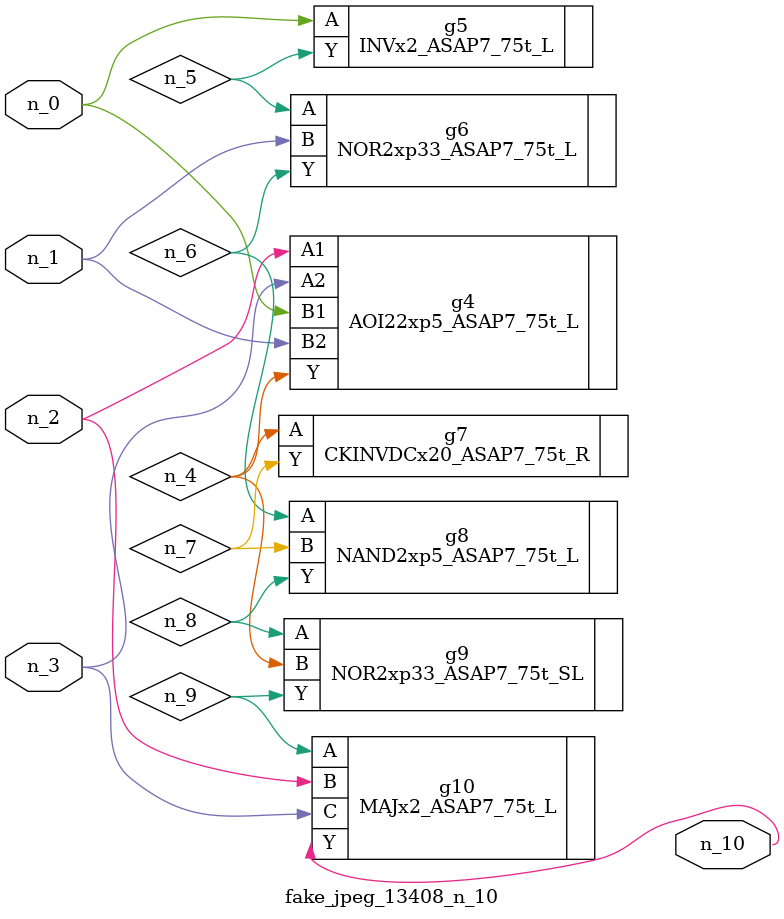
<source format=v>
module fake_jpeg_13408_n_10 (n_0, n_3, n_2, n_1, n_10);

input n_0;
input n_3;
input n_2;
input n_1;

output n_10;

wire n_4;
wire n_8;
wire n_9;
wire n_6;
wire n_5;
wire n_7;

AOI22xp5_ASAP7_75t_L g4 ( 
.A1(n_2),
.A2(n_3),
.B1(n_0),
.B2(n_1),
.Y(n_4)
);

INVx2_ASAP7_75t_L g5 ( 
.A(n_0),
.Y(n_5)
);

NOR2xp33_ASAP7_75t_L g6 ( 
.A(n_5),
.B(n_1),
.Y(n_6)
);

NAND2xp5_ASAP7_75t_L g8 ( 
.A(n_6),
.B(n_7),
.Y(n_8)
);

CKINVDCx20_ASAP7_75t_R g7 ( 
.A(n_4),
.Y(n_7)
);

NOR2xp33_ASAP7_75t_SL g9 ( 
.A(n_8),
.B(n_4),
.Y(n_9)
);

MAJx2_ASAP7_75t_L g10 ( 
.A(n_9),
.B(n_2),
.C(n_3),
.Y(n_10)
);


endmodule
</source>
